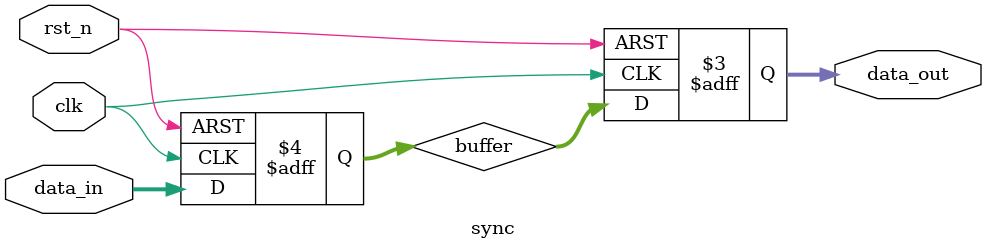
<source format=sv>
/*
Synchronization Module
Parameterized by ADDR_WIDTH

This synchronization module safely transfers multi-bit data between different 
clock domains using double-flop synchronization. It reduces the risk of metastability 
and ensures reliable data transfer by buffering the data before outputting it.
*/

module sync #(
    parameter ADDR_WIDTH = 6                // Address width parameter
)(
    input  logic                  clk,      // Clock signal
    input  logic                  rst_n,    // Active low reset signal
    input  logic [ADDR_WIDTH:0]   data_in,  // Data input to be synchronized
    output logic [ADDR_WIDTH:0]   data_out  // Synchronized data output
);

    // Internal buffer for synchronization
    logic [ADDR_WIDTH:0] buffer;

    // Sequential logic for synchronization
    always_ff @(posedge clk or negedge rst_n) begin
        if (!rst_n) begin
            // Asynchronous reset: clear buffer and data output
            data_out <= 0;
            buffer <= 0;
        end else begin
            // Synchronize data on positive clock edge
            buffer <= data_in;              // Capture input data in buffer
            data_out <= buffer;             // Update output data with buffer value
        end
    end

endmodule
</source>
